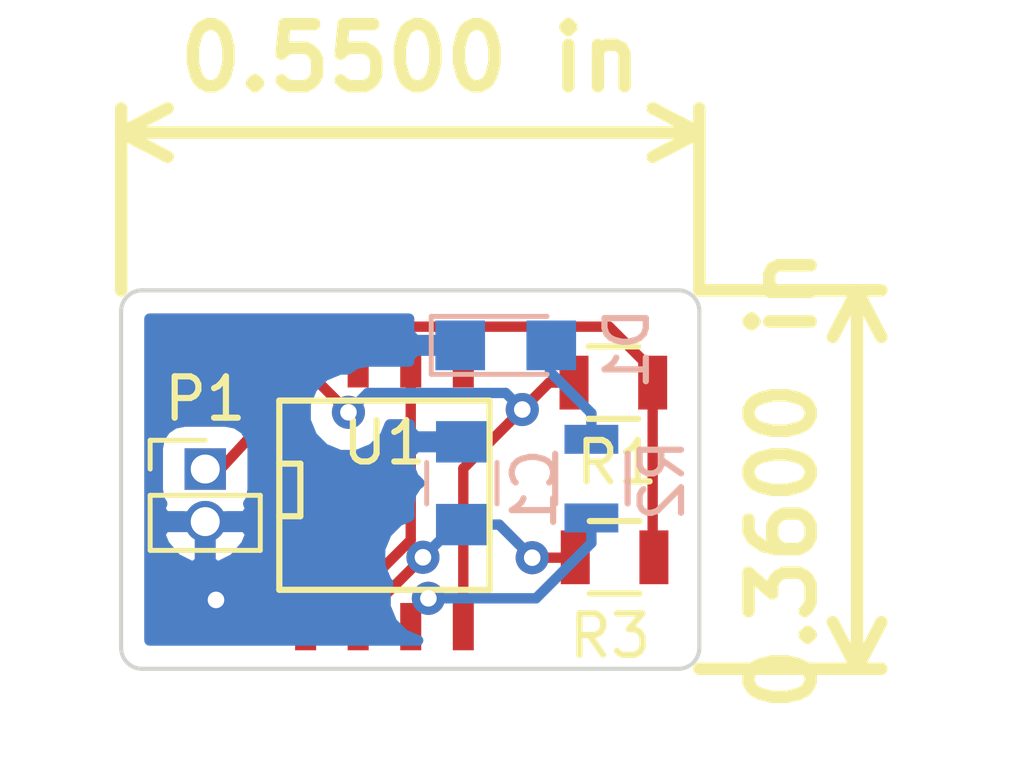
<source format=kicad_pcb>
(kicad_pcb (version 20170123) (host pcbnew no-vcs-found-7591~57~ubuntu16.04.1)

  (general
    (links 13)
    (no_connects 0)
    (area 25.857999 20.269999 39.928001 29.514001)
    (thickness 1.6)
    (drawings 10)
    (tracks 54)
    (zones 0)
    (modules 7)
    (nets 8)
  )

  (page A4)
  (layers
    (0 F.Cu signal)
    (31 B.Cu signal)
    (32 B.Adhes user)
    (33 F.Adhes user)
    (34 B.Paste user)
    (35 F.Paste user)
    (36 B.SilkS user)
    (37 F.SilkS user)
    (38 B.Mask user)
    (39 F.Mask user)
    (40 Dwgs.User user)
    (41 Cmts.User user)
    (42 Eco1.User user)
    (43 Eco2.User user)
    (44 Edge.Cuts user)
    (45 Margin user)
    (46 B.CrtYd user)
    (47 F.CrtYd user)
    (48 B.Fab user)
    (49 F.Fab user)
  )

  (setup
    (last_trace_width 0.1524)
    (trace_clearance 0.1524)
    (zone_clearance 0.508)
    (zone_45_only no)
    (trace_min 0.1524)
    (segment_width 0.2)
    (edge_width 0.1)
    (via_size 0.3556)
    (via_drill 0.3302)
    (via_min_size 0.3302)
    (via_min_drill 0.3302)
    (uvia_size 0.3)
    (uvia_drill 0.1)
    (uvias_allowed no)
    (uvia_min_size 0.2)
    (uvia_min_drill 0.1)
    (pcb_text_width 0.3)
    (pcb_text_size 1.5 1.5)
    (mod_edge_width 0.15)
    (mod_text_size 1 1)
    (mod_text_width 0.15)
    (pad_size 1.5 1.5)
    (pad_drill 0.6)
    (pad_to_mask_clearance 0)
    (aux_axis_origin 0 0)
    (visible_elements FFFFFFFF)
    (pcbplotparams
      (layerselection 0x00030_ffffffff)
      (usegerberextensions false)
      (excludeedgelayer true)
      (linewidth 0.100000)
      (plotframeref false)
      (viasonmask false)
      (mode 1)
      (useauxorigin false)
      (hpglpennumber 1)
      (hpglpenspeed 20)
      (hpglpendiameter 15)
      (psnegative false)
      (psa4output false)
      (plotreference true)
      (plotvalue true)
      (plotinvisibletext false)
      (padsonsilk false)
      (subtractmaskfromsilk false)
      (outputformat 1)
      (mirror false)
      (drillshape 1)
      (scaleselection 1)
      (outputdirectory ""))
  )

  (net 0 "")
  (net 1 "Net-(C1-Pad2)")
  (net 2 GND)
  (net 3 "Net-(D1-Pad2)")
  (net 4 VCC)
  (net 5 "Net-(R1-Pad1)")
  (net 6 "Net-(R2-Pad2)")
  (net 7 "Net-(U1-Pad5)")

  (net_class Default "This is the default net class."
    (clearance 0.1524)
    (trace_width 0.1524)
    (via_dia 0.3556)
    (via_drill 0.3302)
    (uvia_dia 0.3)
    (uvia_drill 0.1)
    (add_net GND)
    (add_net "Net-(C1-Pad2)")
    (add_net "Net-(D1-Pad2)")
    (add_net "Net-(R1-Pad1)")
    (add_net "Net-(R2-Pad2)")
    (add_net "Net-(U1-Pad5)")
    (add_net VCC)
  )

  (module SMD_Packages:SOIC-8-N (layer F.Cu) (tedit 0) (tstamp 5898D042)
    (at 32.27 25.27)
    (descr "Module Narrow CMS SOJ 8 pins large")
    (tags "CMS SOJ")
    (path /5895CF81)
    (attr smd)
    (fp_text reference U1 (at 0 -1.27) (layer F.SilkS)
      (effects (font (size 1 1) (thickness 0.15)))
    )
    (fp_text value LM555N (at 0 1.27) (layer F.Fab)
      (effects (font (size 1 1) (thickness 0.15)))
    )
    (fp_line (start -2.032 0.508) (end -2.54 0.508) (layer F.SilkS) (width 0.15))
    (fp_line (start -2.032 -0.762) (end -2.032 0.508) (layer F.SilkS) (width 0.15))
    (fp_line (start -2.54 -0.762) (end -2.032 -0.762) (layer F.SilkS) (width 0.15))
    (fp_line (start -2.54 2.286) (end -2.54 -2.286) (layer F.SilkS) (width 0.15))
    (fp_line (start 2.54 2.286) (end -2.54 2.286) (layer F.SilkS) (width 0.15))
    (fp_line (start 2.54 -2.286) (end 2.54 2.286) (layer F.SilkS) (width 0.15))
    (fp_line (start -2.54 -2.286) (end 2.54 -2.286) (layer F.SilkS) (width 0.15))
    (pad 1 smd rect (at -1.905 3.175) (size 0.508 1.143) (layers F.Cu F.Paste F.Mask)
      (net 2 GND))
    (pad 2 smd rect (at -0.635 3.175) (size 0.508 1.143) (layers F.Cu F.Paste F.Mask)
      (net 1 "Net-(C1-Pad2)"))
    (pad 3 smd rect (at 0.635 3.175) (size 0.508 1.143) (layers F.Cu F.Paste F.Mask)
      (net 6 "Net-(R2-Pad2)"))
    (pad 4 smd rect (at 1.905 3.175) (size 0.508 1.143) (layers F.Cu F.Paste F.Mask)
      (net 4 VCC))
    (pad 5 smd rect (at 1.905 -3.175) (size 0.508 1.143) (layers F.Cu F.Paste F.Mask)
      (net 7 "Net-(U1-Pad5)"))
    (pad 6 smd rect (at 0.635 -3.175) (size 0.508 1.143) (layers F.Cu F.Paste F.Mask)
      (net 1 "Net-(C1-Pad2)"))
    (pad 7 smd rect (at -0.635 -3.175) (size 0.508 1.143) (layers F.Cu F.Paste F.Mask)
      (net 5 "Net-(R1-Pad1)"))
    (pad 8 smd rect (at -1.905 -3.175) (size 0.508 1.143) (layers F.Cu F.Paste F.Mask)
      (net 4 VCC))
    (model SMD_Packages.3dshapes/SOIC-8-N.wrl
      (at (xyz 0 0 0))
      (scale (xyz 0.5 0.38 0.5))
      (rotate (xyz 0 0 0))
    )
  )

  (module Capacitors_SMD:C_0805 (layer B.Cu) (tedit 5899E5A1) (tstamp 5898CFD6)
    (at 34.14 24.98 270)
    (descr "Capacitor SMD 0805, reflow soldering, AVX (see smccp.pdf)")
    (tags "capacitor 0805")
    (path /5895D6AE)
    (attr smd)
    (fp_text reference C1 (at 0.15 -1.75 270) (layer B.SilkS)
      (effects (font (size 1 1) (thickness 0.15)) (justify mirror))
    )
    (fp_text value C (at 0 2.1 270) (layer B.Fab)
      (effects (font (size 1 1) (thickness 0.15)) (justify mirror))
    )
    (fp_line (start -0.5 -0.85) (end 0.5 -0.85) (layer B.SilkS) (width 0.12))
    (fp_line (start 0.5 0.85) (end -0.5 0.85) (layer B.SilkS) (width 0.12))
    (fp_line (start 1.8 1) (end 1.8 -1) (layer B.CrtYd) (width 0.05))
    (fp_line (start -1.8 1) (end -1.8 -1) (layer B.CrtYd) (width 0.05))
    (fp_line (start -1.8 -1) (end 1.8 -1) (layer B.CrtYd) (width 0.05))
    (fp_line (start -1.8 1) (end 1.8 1) (layer B.CrtYd) (width 0.05))
    (fp_line (start -1 0.625) (end 1 0.625) (layer B.Fab) (width 0.1))
    (fp_line (start 1 0.625) (end 1 -0.625) (layer B.Fab) (width 0.1))
    (fp_line (start 1 -0.625) (end -1 -0.625) (layer B.Fab) (width 0.1))
    (fp_line (start -1 -0.625) (end -1 0.625) (layer B.Fab) (width 0.1))
    (pad 2 smd rect (at 1 0 270) (size 1 1.25) (layers B.Cu B.Paste B.Mask)
      (net 1 "Net-(C1-Pad2)"))
    (pad 1 smd rect (at -1 0 270) (size 1 1.25) (layers B.Cu B.Paste B.Mask)
      (net 2 GND))
    (model Capacitors_SMD.3dshapes/C_0805.wrl
      (at (xyz 0 0 0))
      (scale (xyz 1 1 1))
      (rotate (xyz 0 0 0))
    )
  )

  (module LEDs:LED_0805 (layer B.Cu) (tedit 5899E5CB) (tstamp 5898CFEB)
    (at 35.2 21.65)
    (descr "LED 0805 smd package")
    (tags "LED led 0805 SMD smd SMT smt smdled SMDLED smtled SMTLED")
    (path /5895D759)
    (attr smd)
    (fp_text reference D1 (at 2.93 0.08 270) (layer B.SilkS)
      (effects (font (size 1 1) (thickness 0.15)) (justify mirror))
    )
    (fp_text value LED (at 0 -1.55) (layer B.Fab)
      (effects (font (size 1 1) (thickness 0.15)) (justify mirror))
    )
    (fp_line (start -1.95 0.85) (end 1.95 0.85) (layer B.CrtYd) (width 0.05))
    (fp_line (start -1.95 -0.85) (end -1.95 0.85) (layer B.CrtYd) (width 0.05))
    (fp_line (start 1.95 -0.85) (end -1.95 -0.85) (layer B.CrtYd) (width 0.05))
    (fp_line (start 1.95 0.85) (end 1.95 -0.85) (layer B.CrtYd) (width 0.05))
    (fp_line (start -1.8 0.7) (end 1 0.7) (layer B.SilkS) (width 0.12))
    (fp_line (start -1.8 -0.7) (end 1 -0.7) (layer B.SilkS) (width 0.12))
    (fp_line (start -1 -0.6) (end -1 0.6) (layer B.Fab) (width 0.1))
    (fp_line (start -1 0.6) (end 1 0.6) (layer B.Fab) (width 0.1))
    (fp_line (start 1 0.6) (end 1 -0.6) (layer B.Fab) (width 0.1))
    (fp_line (start 1 -0.6) (end -1 -0.6) (layer B.Fab) (width 0.1))
    (fp_line (start 0.2 0.4) (end 0.2 -0.4) (layer B.Fab) (width 0.1))
    (fp_line (start 0.2 -0.4) (end -0.4 0) (layer B.Fab) (width 0.1))
    (fp_line (start -0.4 0) (end 0.2 0.4) (layer B.Fab) (width 0.1))
    (fp_line (start -0.4 0.4) (end -0.4 -0.4) (layer B.Fab) (width 0.1))
    (fp_line (start -1.8 0.7) (end -1.8 -0.7) (layer B.SilkS) (width 0.12))
    (pad 1 smd rect (at -1.1 0 180) (size 1.2 1.2) (layers B.Cu B.Paste B.Mask)
      (net 2 GND))
    (pad 2 smd rect (at 1.1 0 180) (size 1.2 1.2) (layers B.Cu B.Paste B.Mask)
      (net 3 "Net-(D1-Pad2)"))
    (model LEDs.3dshapes/LED_0805.wrl
      (at (xyz 0 0 0))
      (scale (xyz 1 1 1))
      (rotate (xyz 0 0 180))
    )
  )

  (module Socket_Strips:Socket_Strip_Straight_1x02_Pitch1.27mm (layer F.Cu) (tedit 589A20F4) (tstamp 5898CFFF)
    (at 27.94 24.638)
    (descr "Through hole straight socket strip, 1x02, 1.27mm pitch, single row")
    (tags "Through hole socket strip THT 1x02 1.27mm single row")
    (path /5895D83B)
    (fp_text reference P1 (at 0 -1.695) (layer F.SilkS)
      (effects (font (size 1 1) (thickness 0.15)))
    )
    (fp_text value CONN_01X02 (at 0 6.096) (layer F.Fab)
      (effects (font (size 1 1) (thickness 0.15)))
    )
    (fp_line (start 1.55 -0.9) (end -1.55 -0.9) (layer F.CrtYd) (width 0.05))
    (fp_line (start 1.55 2.2) (end 1.55 -0.9) (layer F.CrtYd) (width 0.05))
    (fp_line (start -1.55 2.2) (end 1.55 2.2) (layer F.CrtYd) (width 0.05))
    (fp_line (start -1.55 -0.9) (end -1.55 2.2) (layer F.CrtYd) (width 0.05))
    (fp_line (start -1.33 -0.695) (end 0 -0.695) (layer F.SilkS) (width 0.12))
    (fp_line (start -1.33 0) (end -1.33 -0.695) (layer F.SilkS) (width 0.12))
    (fp_line (start 1.33 0.635) (end -1.33 0.635) (layer F.SilkS) (width 0.12))
    (fp_line (start 1.33 1.965) (end 1.33 0.635) (layer F.SilkS) (width 0.12))
    (fp_line (start -1.33 1.965) (end 1.33 1.965) (layer F.SilkS) (width 0.12))
    (fp_line (start -1.33 0.635) (end -1.33 1.965) (layer F.SilkS) (width 0.12))
    (fp_line (start 1.27 -0.635) (end -1.27 -0.635) (layer F.Fab) (width 0.1))
    (fp_line (start 1.27 1.905) (end 1.27 -0.635) (layer F.Fab) (width 0.1))
    (fp_line (start -1.27 1.905) (end 1.27 1.905) (layer F.Fab) (width 0.1))
    (fp_line (start -1.27 -0.635) (end -1.27 1.905) (layer F.Fab) (width 0.1))
    (pad 2 thru_hole oval (at 0 1.27) (size 1 1) (drill 0.7) (layers *.Cu *.Mask)
      (net 2 GND))
    (pad 1 thru_hole rect (at 0 0) (size 1 1) (drill 0.7) (layers *.Cu *.Mask)
      (net 4 VCC))
    (model Socket_Strips.3dshapes/Socket_Strip_Straight_1x02_Pitch1.27mm.wrl
      (at (xyz 0 0 0))
      (scale (xyz 1 1 1))
      (rotate (xyz 0 0 0))
    )
  )

  (module Resistors_SMD:R_0805 (layer F.Cu) (tedit 5899DCA8) (tstamp 5898D00F)
    (at 37.8 22.55 180)
    (descr "Resistor SMD 0805, reflow soldering, Vishay (see dcrcw.pdf)")
    (tags "resistor 0805")
    (path /5895D64A)
    (attr smd)
    (fp_text reference R1 (at -0.09 -1.93 180) (layer F.SilkS)
      (effects (font (size 1 1) (thickness 0.15)))
    )
    (fp_text value 1K (at 0 2.1 180) (layer F.Fab)
      (effects (font (size 1 1) (thickness 0.15)))
    )
    (fp_line (start -0.6 -0.875) (end 0.6 -0.875) (layer F.SilkS) (width 0.15))
    (fp_line (start 0.6 0.875) (end -0.6 0.875) (layer F.SilkS) (width 0.15))
    (fp_line (start 1.6 -1) (end 1.6 1) (layer F.CrtYd) (width 0.05))
    (fp_line (start -1.6 -1) (end -1.6 1) (layer F.CrtYd) (width 0.05))
    (fp_line (start -1.6 1) (end 1.6 1) (layer F.CrtYd) (width 0.05))
    (fp_line (start -1.6 -1) (end 1.6 -1) (layer F.CrtYd) (width 0.05))
    (fp_line (start -1 -0.625) (end 1 -0.625) (layer F.Fab) (width 0.1))
    (fp_line (start 1 -0.625) (end 1 0.625) (layer F.Fab) (width 0.1))
    (fp_line (start 1 0.625) (end -1 0.625) (layer F.Fab) (width 0.1))
    (fp_line (start -1 0.625) (end -1 -0.625) (layer F.Fab) (width 0.1))
    (pad 2 smd rect (at 0.95 0 180) (size 0.7 1.3) (layers F.Cu F.Paste F.Mask)
      (net 4 VCC))
    (pad 1 smd rect (at -0.95 0 180) (size 0.7 1.3) (layers F.Cu F.Paste F.Mask)
      (net 5 "Net-(R1-Pad1)"))
    (model Resistors_SMD.3dshapes/R_0805.wrl
      (at (xyz 0 0 0))
      (scale (xyz 1 1 1))
      (rotate (xyz 0 0 0))
    )
  )

  (module Resistors_SMD:R_0805 (layer B.Cu) (tedit 5898D0CA) (tstamp 5898D01F)
    (at 37.27 24.87 270)
    (descr "Resistor SMD 0805, reflow soldering, Vishay (see dcrcw.pdf)")
    (tags "resistor 0805")
    (path /5895D516)
    (attr smd)
    (fp_text reference R2 (at 0.04 -1.71 270) (layer B.SilkS)
      (effects (font (size 1 1) (thickness 0.15)) (justify mirror))
    )
    (fp_text value 1K (at -0.23 2.1 270) (layer B.Fab)
      (effects (font (size 1 1) (thickness 0.15)) (justify mirror))
    )
    (fp_line (start -0.6 0.875) (end 0.6 0.875) (layer B.SilkS) (width 0.15))
    (fp_line (start 0.6 -0.875) (end -0.6 -0.875) (layer B.SilkS) (width 0.15))
    (fp_line (start 1.6 1) (end 1.6 -1) (layer B.CrtYd) (width 0.05))
    (fp_line (start -1.6 1) (end -1.6 -1) (layer B.CrtYd) (width 0.05))
    (fp_line (start -1.6 -1) (end 1.6 -1) (layer B.CrtYd) (width 0.05))
    (fp_line (start -1.6 1) (end 1.6 1) (layer B.CrtYd) (width 0.05))
    (fp_line (start -1 0.625) (end 1 0.625) (layer B.Fab) (width 0.1))
    (fp_line (start 1 0.625) (end 1 -0.625) (layer B.Fab) (width 0.1))
    (fp_line (start 1 -0.625) (end -1 -0.625) (layer B.Fab) (width 0.1))
    (fp_line (start -1 -0.625) (end -1 0.625) (layer B.Fab) (width 0.1))
    (pad 2 smd rect (at 0.95 0 270) (size 0.7 1.3) (layers B.Cu B.Paste B.Mask)
      (net 6 "Net-(R2-Pad2)"))
    (pad 1 smd rect (at -0.95 0 270) (size 0.7 1.3) (layers B.Cu B.Paste B.Mask)
      (net 3 "Net-(D1-Pad2)"))
    (model Resistors_SMD.3dshapes/R_0805.wrl
      (at (xyz 0 0 0))
      (scale (xyz 1 1 1))
      (rotate (xyz 0 0 0))
    )
  )

  (module Resistors_SMD:R_0805 (layer F.Cu) (tedit 5899DCB0) (tstamp 5898D02F)
    (at 37.83 26.77 180)
    (descr "Resistor SMD 0805, reflow soldering, Vishay (see dcrcw.pdf)")
    (tags "resistor 0805")
    (path /5895D59D)
    (attr smd)
    (fp_text reference R3 (at 0.11 -1.9 180) (layer F.SilkS)
      (effects (font (size 1 1) (thickness 0.15)))
    )
    (fp_text value 470K (at 0.17 -4.44 180) (layer F.Fab)
      (effects (font (size 1 1) (thickness 0.15)))
    )
    (fp_line (start -1 0.625) (end -1 -0.625) (layer F.Fab) (width 0.1))
    (fp_line (start 1 0.625) (end -1 0.625) (layer F.Fab) (width 0.1))
    (fp_line (start 1 -0.625) (end 1 0.625) (layer F.Fab) (width 0.1))
    (fp_line (start -1 -0.625) (end 1 -0.625) (layer F.Fab) (width 0.1))
    (fp_line (start -1.6 -1) (end 1.6 -1) (layer F.CrtYd) (width 0.05))
    (fp_line (start -1.6 1) (end 1.6 1) (layer F.CrtYd) (width 0.05))
    (fp_line (start -1.6 -1) (end -1.6 1) (layer F.CrtYd) (width 0.05))
    (fp_line (start 1.6 -1) (end 1.6 1) (layer F.CrtYd) (width 0.05))
    (fp_line (start 0.6 0.875) (end -0.6 0.875) (layer F.SilkS) (width 0.15))
    (fp_line (start -0.6 -0.875) (end 0.6 -0.875) (layer F.SilkS) (width 0.15))
    (pad 1 smd rect (at -0.95 0 180) (size 0.7 1.3) (layers F.Cu F.Paste F.Mask)
      (net 5 "Net-(R1-Pad1)"))
    (pad 2 smd rect (at 0.95 0 180) (size 0.7 1.3) (layers F.Cu F.Paste F.Mask)
      (net 1 "Net-(C1-Pad2)"))
    (model Resistors_SMD.3dshapes/R_0805.wrl
      (at (xyz 0 0 0))
      (scale (xyz 1 1 1))
      (rotate (xyz 0 0 0))
    )
  )

  (dimension 9.144 (width 0.3) (layer F.SilkS)
    (gr_text "9,144 mm" (at 45.038 24.892 270) (layer F.SilkS) (tstamp 589A7BB6)
      (effects (font (size 1.5 1.5) (thickness 0.3)))
    )
    (feature1 (pts (xy 39.878 29.464) (xy 46.388 29.464)))
    (feature2 (pts (xy 39.878 20.32) (xy 46.388 20.32)))
    (crossbar (pts (xy 43.688 20.32) (xy 43.688 29.464)))
    (arrow1a (pts (xy 43.688 29.464) (xy 43.101579 28.337496)))
    (arrow1b (pts (xy 43.688 29.464) (xy 44.274421 28.337496)))
    (arrow2a (pts (xy 43.688 20.32) (xy 43.101579 21.446504)))
    (arrow2b (pts (xy 43.688 20.32) (xy 44.274421 21.446504)))
  )
  (dimension 13.97 (width 0.3) (layer F.SilkS)
    (gr_text "13,970 mm" (at 32.893 15.16) (layer F.SilkS) (tstamp 589A7BB7)
      (effects (font (size 1.5 1.5) (thickness 0.3)))
    )
    (feature1 (pts (xy 25.908 20.32) (xy 25.908 13.81)))
    (feature2 (pts (xy 39.878 20.32) (xy 39.878 13.81)))
    (crossbar (pts (xy 39.878 16.51) (xy 25.908 16.51)))
    (arrow1a (pts (xy 25.908 16.51) (xy 27.034504 15.923579)))
    (arrow1b (pts (xy 25.908 16.51) (xy 27.034504 17.096421)))
    (arrow2a (pts (xy 39.878 16.51) (xy 38.751496 15.923579)))
    (arrow2b (pts (xy 39.878 16.51) (xy 38.751496 17.096421)))
  )
  (gr_arc (start 39.37 20.828) (end 39.37 20.32) (angle 90) (layer Edge.Cuts) (width 0.1))
  (gr_arc (start 39.37 28.956) (end 39.878 28.956) (angle 90) (layer Edge.Cuts) (width 0.1))
  (gr_arc (start 26.416 28.956) (end 26.416 29.464) (angle 90) (layer Edge.Cuts) (width 0.1))
  (gr_arc (start 26.416 20.828) (end 25.908 20.828) (angle 90) (layer Edge.Cuts) (width 0.1))
  (gr_line (start 25.908 20.828) (end 25.908 28.956) (angle 90) (layer Edge.Cuts) (width 0.1))
  (gr_line (start 39.37 20.32) (end 26.416 20.32) (angle 90) (layer Edge.Cuts) (width 0.1))
  (gr_line (start 39.878 28.956) (end 39.878 20.828) (angle 90) (layer Edge.Cuts) (width 0.1))
  (gr_line (start 26.416 29.464) (end 39.37 29.464) (angle 90) (layer Edge.Cuts) (width 0.1))

  (segment (start 33.2 26.77) (end 31.635 28.335) (width 0.25) (layer F.Cu) (net 1))
  (segment (start 31.635 28.335) (end 31.635 28.445) (width 0.25) (layer F.Cu) (net 1))
  (segment (start 34.14 25.98) (end 33.99 25.98) (width 0.25) (layer B.Cu) (net 1))
  (segment (start 33.99 25.98) (end 33.2 26.77) (width 0.25) (layer B.Cu) (net 1))
  (via (at 33.2 26.77) (size 0.8) (drill 0.4) (layers F.Cu B.Cu) (net 1))
  (segment (start 35.84 26.78) (end 36.87 26.78) (width 0.25) (layer F.Cu) (net 1))
  (segment (start 36.87 26.78) (end 36.88 26.77) (width 0.25) (layer F.Cu) (net 1))
  (segment (start 34.14 25.98) (end 35.04 25.98) (width 0.25) (layer B.Cu) (net 1))
  (segment (start 35.04 25.98) (end 35.84 26.78) (width 0.25) (layer B.Cu) (net 1))
  (via (at 35.84 26.78) (size 0.8) (drill 0.4) (layers F.Cu B.Cu) (net 1))
  (segment (start 31.635 28.445) (end 31.635 27.6235) (width 0.25) (layer F.Cu) (net 1))
  (segment (start 31.635 27.6235) (end 32.905 26.3535) (width 0.25) (layer F.Cu) (net 1))
  (segment (start 32.905 22.9165) (end 32.905 22.095) (width 0.25) (layer F.Cu) (net 1))
  (segment (start 32.905 26.3535) (end 32.905 22.9165) (width 0.25) (layer F.Cu) (net 1))
  (segment (start 31.485 28.3335) (end 31.635 28.445) (width 0.25) (layer F.Cu) (net 1) (status 20))
  (segment (start 30.365 28.445) (end 28.845 28.445) (width 0.25) (layer F.Cu) (net 2))
  (segment (start 28.845 28.445) (end 28.2 27.8) (width 0.25) (layer F.Cu) (net 2))
  (segment (start 27.94 25.908) (end 27.74 27.34) (width 0.25) (layer F.Cu) (net 2) (status 10))
  (segment (start 27.74 27.34) (end 28.2 27.8) (width 0.25) (layer F.Cu) (net 2))
  (via (at 28.2 27.8) (size 0.8) (drill 0.4) (layers F.Cu B.Cu) (net 2))
  (segment (start 37.27 23.29) (end 36.27 22.29) (width 0.25) (layer B.Cu) (net 3))
  (segment (start 36.27 22.29) (end 36.3 21.65) (width 0.25) (layer B.Cu) (net 3) (status 20))
  (segment (start 37.27 23.92) (end 37.27 23.29) (width 0.25) (layer B.Cu) (net 3))
  (segment (start 28.3075 24.638) (end 27.94 24.638) (width 0.25) (layer F.Cu) (net 4) (status 30))
  (segment (start 30.365 22.4125) (end 28.3075 24.638) (width 0.25) (layer F.Cu) (net 4) (status 20))
  (segment (start 30.365 22.095) (end 30.365 22.4125) (width 0.25) (layer F.Cu) (net 4))
  (segment (start 34.175 28.445) (end 34.175 24.625) (width 0.25) (layer F.Cu) (net 4))
  (segment (start 34.175 24.625) (end 35.6 23.2) (width 0.25) (layer F.Cu) (net 4))
  (segment (start 31.4 23.266502) (end 30.365 22.231502) (width 0.25) (layer F.Cu) (net 4))
  (segment (start 30.365 22.231502) (end 30.365 22.095) (width 0.25) (layer F.Cu) (net 4))
  (segment (start 35.6 23.2) (end 35.200001 22.800001) (width 0.25) (layer B.Cu) (net 4))
  (segment (start 35.200001 22.800001) (end 31.866501 22.800001) (width 0.25) (layer B.Cu) (net 4))
  (segment (start 31.866501 22.800001) (end 31.4 23.266502) (width 0.25) (layer B.Cu) (net 4))
  (via (at 31.4 23.266502) (size 0.8) (drill 0.4) (layers F.Cu B.Cu) (net 4))
  (segment (start 36.85 22.55) (end 36.25 22.55) (width 0.25) (layer F.Cu) (net 4))
  (segment (start 36.25 22.55) (end 35.6 23.2) (width 0.25) (layer F.Cu) (net 4))
  (via (at 35.6 23.2) (size 0.8) (drill 0.4) (layers F.Cu B.Cu) (net 4))
  (segment (start 34.175 28.445) (end 34.175 28.7625) (width 0.25) (layer F.Cu) (net 4))
  (segment (start 38.75 22.55) (end 38.75 26.74) (width 0.25) (layer F.Cu) (net 5))
  (segment (start 38.75 26.74) (end 38.78 26.77) (width 0.25) (layer F.Cu) (net 5))
  (segment (start 31.635 22.095) (end 31.635 21.7775) (width 0.25) (layer F.Cu) (net 5))
  (segment (start 31.635 21.7775) (end 32.214001 21.198499) (width 0.25) (layer F.Cu) (net 5))
  (segment (start 38.75 22.25) (end 38.75 22.55) (width 0.25) (layer F.Cu) (net 5))
  (segment (start 32.214001 21.198499) (end 37.698499 21.198499) (width 0.25) (layer F.Cu) (net 5))
  (segment (start 37.698499 21.198499) (end 38.75 22.25) (width 0.25) (layer F.Cu) (net 5))
  (segment (start 33.331582 27.761307) (end 35.931695 27.761307) (width 0.25) (layer B.Cu) (net 6))
  (segment (start 35.931695 27.761307) (end 37.27 26.423002) (width 0.25) (layer B.Cu) (net 6))
  (segment (start 37.27 26.423002) (end 37.27 26.42) (width 0.25) (layer B.Cu) (net 6))
  (segment (start 37.27 26.42) (end 37.27 25.82) (width 0.25) (layer B.Cu) (net 6))
  (segment (start 32.905 28.445) (end 32.905 28.187889) (width 0.25) (layer F.Cu) (net 6))
  (segment (start 32.905 28.187889) (end 33.331582 27.761307) (width 0.25) (layer F.Cu) (net 6))
  (via (at 33.331582 27.761307) (size 0.8) (drill 0.4) (layers F.Cu B.Cu) (net 6))
  (segment (start 37.158596 25.708596) (end 37.27 25.82) (width 0.25) (layer B.Cu) (net 6))
  (segment (start 32.905 28.445) (end 32.905 28.1275) (width 0.25) (layer F.Cu) (net 6))

  (zone (net 2) (net_name GND) (layer B.Cu) (tstamp 0) (hatch edge 0.508)
    (connect_pads (clearance 0.508))
    (min_thickness 0.254)
    (fill yes (arc_segments 16) (thermal_gap 0.508) (thermal_bridge_width 0.508))
    (polygon
      (pts
        (xy 25.908 20.32) (xy 39.878 20.32) (xy 39.878 29.464) (xy 25.908 29.464)
      )
    )
    (filled_polygon
      (pts
        (xy 32.865 21.36425) (xy 33.02375 21.523) (xy 33.973 21.523) (xy 33.973 21.503) (xy 34.227 21.503)
        (xy 34.227 21.523) (xy 34.247 21.523) (xy 34.247 21.777) (xy 34.227 21.777) (xy 34.227 21.797)
        (xy 33.973 21.797) (xy 33.973 21.777) (xy 33.02375 21.777) (xy 32.865 21.93575) (xy 32.865 22.040001)
        (xy 31.866501 22.040001) (xy 31.575662 22.097853) (xy 31.375674 22.231481) (xy 31.195029 22.231323) (xy 30.814485 22.38856)
        (xy 30.523081 22.679456) (xy 30.36518 23.059725) (xy 30.364821 23.471473) (xy 30.522058 23.852017) (xy 30.812954 24.143421)
        (xy 31.193223 24.301322) (xy 31.604971 24.301681) (xy 31.985515 24.144444) (xy 32.276919 23.853548) (xy 32.39881 23.560001)
        (xy 32.88 23.560001) (xy 32.88 23.69425) (xy 33.03875 23.853) (xy 34.013 23.853) (xy 34.013 23.833)
        (xy 34.267 23.833) (xy 34.267 23.853) (xy 34.287 23.853) (xy 34.287 24.107) (xy 34.267 24.107)
        (xy 34.267 24.127) (xy 34.013 24.127) (xy 34.013 24.107) (xy 33.03875 24.107) (xy 32.88 24.26575)
        (xy 32.88 24.606309) (xy 32.976673 24.839698) (xy 33.11832 24.981346) (xy 33.057191 25.022191) (xy 32.916843 25.232235)
        (xy 32.86756 25.48) (xy 32.86756 25.78749) (xy 32.614485 25.892058) (xy 32.323081 26.182954) (xy 32.16518 26.563223)
        (xy 32.164821 26.974971) (xy 32.322058 27.355515) (xy 32.362555 27.396083) (xy 32.296762 27.55453) (xy 32.296403 27.966278)
        (xy 32.45364 28.346822) (xy 32.744536 28.638226) (xy 33.083558 28.779) (xy 26.593 28.779) (xy 26.593 26.209874)
        (xy 26.845881 26.209874) (xy 26.952873 26.468209) (xy 27.242396 26.803323) (xy 27.638123 27.002132) (xy 27.813 26.877135)
        (xy 27.813 26.035) (xy 28.067 26.035) (xy 28.067 26.877135) (xy 28.241877 27.002132) (xy 28.637604 26.803323)
        (xy 28.927127 26.468209) (xy 29.034119 26.209874) (xy 28.907954 26.035) (xy 28.067 26.035) (xy 27.813 26.035)
        (xy 26.972046 26.035) (xy 26.845881 26.209874) (xy 26.593 26.209874) (xy 26.593 24.138) (xy 26.79256 24.138)
        (xy 26.79256 25.138) (xy 26.841843 25.385765) (xy 26.900678 25.473817) (xy 26.845881 25.606126) (xy 26.972046 25.781)
        (xy 27.417678 25.781) (xy 27.44 25.78544) (xy 28.44 25.78544) (xy 28.462322 25.781) (xy 28.907954 25.781)
        (xy 29.034119 25.606126) (xy 28.979322 25.473817) (xy 29.038157 25.385765) (xy 29.08744 25.138) (xy 29.08744 24.138)
        (xy 29.038157 23.890235) (xy 28.897809 23.680191) (xy 28.687765 23.539843) (xy 28.44 23.49056) (xy 27.44 23.49056)
        (xy 27.192235 23.539843) (xy 26.982191 23.680191) (xy 26.841843 23.890235) (xy 26.79256 24.138) (xy 26.593 24.138)
        (xy 26.593 21.005) (xy 32.865 21.005)
      )
    )
  )
)

</source>
